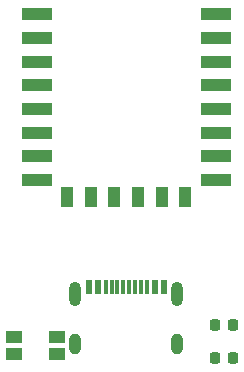
<source format=gbr>
%TF.GenerationSoftware,KiCad,Pcbnew,7.0.5*%
%TF.CreationDate,2023-08-07T21:00:43+03:00*%
%TF.ProjectId,models-heart,6d6f6465-6c73-42d6-9865-6172742e6b69,rev?*%
%TF.SameCoordinates,Original*%
%TF.FileFunction,Paste,Bot*%
%TF.FilePolarity,Positive*%
%FSLAX46Y46*%
G04 Gerber Fmt 4.6, Leading zero omitted, Abs format (unit mm)*
G04 Created by KiCad (PCBNEW 7.0.5) date 2023-08-07 21:00:43*
%MOMM*%
%LPD*%
G01*
G04 APERTURE LIST*
G04 Aperture macros list*
%AMRoundRect*
0 Rectangle with rounded corners*
0 $1 Rounding radius*
0 $2 $3 $4 $5 $6 $7 $8 $9 X,Y pos of 4 corners*
0 Add a 4 corners polygon primitive as box body*
4,1,4,$2,$3,$4,$5,$6,$7,$8,$9,$2,$3,0*
0 Add four circle primitives for the rounded corners*
1,1,$1+$1,$2,$3*
1,1,$1+$1,$4,$5*
1,1,$1+$1,$6,$7*
1,1,$1+$1,$8,$9*
0 Add four rect primitives between the rounded corners*
20,1,$1+$1,$2,$3,$4,$5,0*
20,1,$1+$1,$4,$5,$6,$7,0*
20,1,$1+$1,$6,$7,$8,$9,0*
20,1,$1+$1,$8,$9,$2,$3,0*%
G04 Aperture macros list end*
%ADD10RoundRect,0.218750X-0.218750X-0.256250X0.218750X-0.256250X0.218750X0.256250X-0.218750X0.256250X0*%
%ADD11R,0.600000X1.150000*%
%ADD12R,0.300000X1.150000*%
%ADD13O,1.000000X1.800000*%
%ADD14O,1.000000X2.100000*%
%ADD15R,2.500000X1.000000*%
%ADD16R,1.000000X1.800000*%
%ADD17R,1.400000X1.050000*%
G04 APERTURE END LIST*
D10*
%TO.C,D1*%
X88000000Y-57750000D03*
X89575000Y-57750000D03*
%TD*%
D11*
%TO.C,P1*%
X83700000Y-51820000D03*
X82900000Y-51820000D03*
D12*
X81750000Y-51820000D03*
X80750000Y-51820000D03*
X80250000Y-51820000D03*
X79250000Y-51820000D03*
D11*
X78100000Y-51820000D03*
X77300000Y-51820000D03*
X77300000Y-51820000D03*
X78100000Y-51820000D03*
D12*
X78750000Y-51820000D03*
X79750000Y-51820000D03*
X81250000Y-51820000D03*
X82250000Y-51820000D03*
D11*
X82900000Y-51820000D03*
X83700000Y-51820000D03*
D13*
X84820000Y-56575000D03*
D14*
X84820000Y-52395000D03*
D13*
X76180000Y-56575000D03*
D14*
X76180000Y-52395000D03*
%TD*%
D15*
%TO.C,U5*%
X88100000Y-28700000D03*
X88100000Y-30700000D03*
X88100000Y-32700000D03*
X88100000Y-34700000D03*
X88100000Y-36700000D03*
X88100000Y-38700000D03*
X88100000Y-40700000D03*
X88100000Y-42700000D03*
D16*
X85500000Y-44200000D03*
X83500000Y-44200000D03*
X81500000Y-44200000D03*
X79500000Y-44200000D03*
X77500000Y-44200000D03*
X75500000Y-44200000D03*
D15*
X72900000Y-42700000D03*
X72900000Y-40700000D03*
X72900000Y-38700000D03*
X72900000Y-36700000D03*
X72900000Y-34700000D03*
X72900000Y-32700000D03*
X72900000Y-30700000D03*
X72900000Y-28700000D03*
%TD*%
D10*
%TO.C,D2*%
X88000000Y-55000000D03*
X89575000Y-55000000D03*
%TD*%
D17*
%TO.C,SW1*%
X74600000Y-55980000D03*
X71000000Y-55980000D03*
X74600000Y-57420000D03*
X71000000Y-57420000D03*
%TD*%
M02*

</source>
